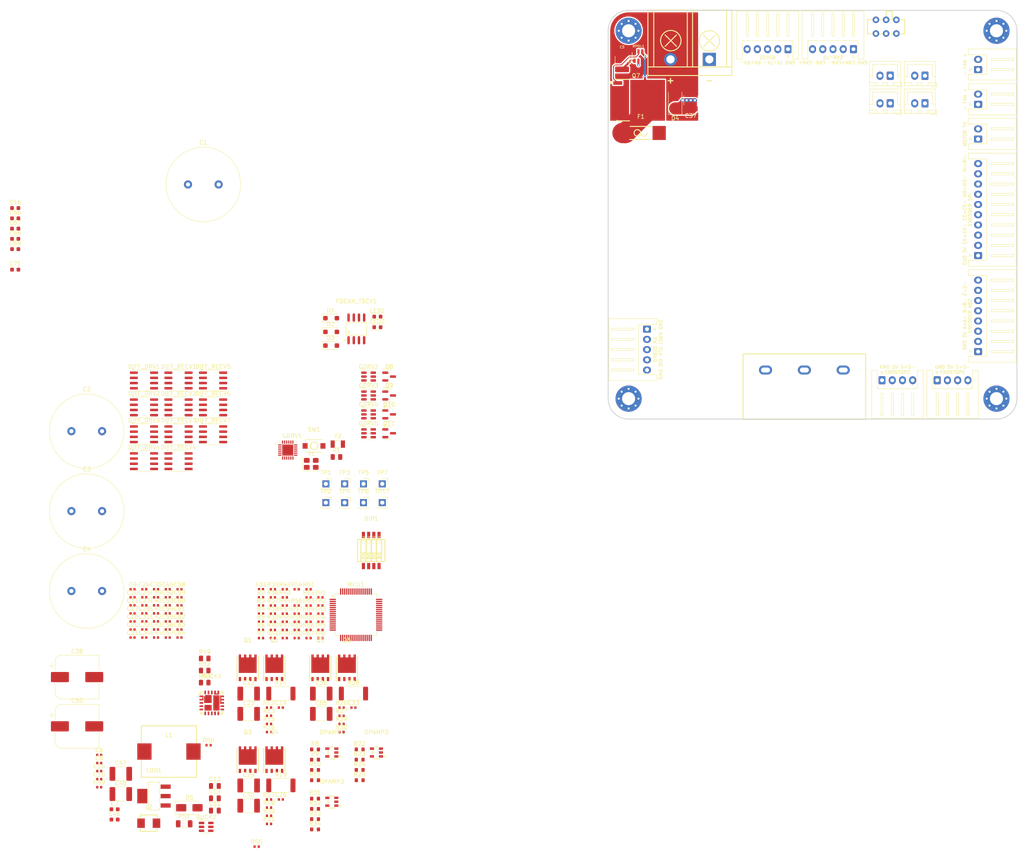
<source format=kicad_pcb>
(kicad_pcb (version 20241229) (generator "pcbnew") (generator_version "9.0")
  (layers (0 "F.Cu" signal) (4 "In1.Cu" signal) (6 "In2.Cu" signal) (2 "B.Cu" signal) (13 "F.Paste" user) (15 "B.Paste" user) (5 "F.SilkS" user "F.Silkscreen") (7 "B.SilkS" user "B.Silkscreen") (1 "F.Mask" user) (3 "B.Mask" user) (25 "Edge.Cuts" user))
  (net 0 "")
  (net 1 "+12V")
  (net 2 "/power/VMOT_UNFILTERED")
  (net 5 "/U_LOW_GATE")
  (net 6 "/V_LOW_GATE")
  (net 7 "VMOT")
  (net 8 "/U_HIGH_GATE")
  (net 9 "/V_HIGH_GATE")
  (net 10 "/W_LOW_GATE")
  (net 11 "/W_HIGH_GATE")
  (net 12 "/VB1")
  (net 13 "/VS3")
  (net 14 "/VS1")
  (net 15 "/VS2")
  (net 16 "/VB2")
  (net 17 "/VB3")
  (net 18 "Net-(Q1-G)")
  (net 19 "Net-(Q2-G)")
  (net 20 "Net-(Q3-G)")
  (net 21 "Net-(Q4-G)")
  (net 22 "Net-(Q5-G)")
  (net 23 "Net-(Q6-G)")
  (net 24 "/W_LOW_PWM")
  (net 25 "/V_LOW_PWM")
  (net 26 "/U_HIGH_PWM")
  (net 27 "/V_HIGH_PWM")
  (net 28 "/U_LOW_PWM")
  (net 29 "/W_HIGH_PWM")
  (net 30 "/U_POWER")
  (net 31 "/V_POWER")
  (net 32 "/W_POWER")
  (net 33 "/U_I_SENSE")
  (net 34 "/V_I_SENSE")
  (net 35 "/W_I_SENSE")
  (net 36 "/VMOT_SENSE")
  (net 37 "/U-power-phase/BRIDGE_GND")
  (net 38 "/V-power-phase/BRIDGE_GND")
  (net 39 "/W-power-phase/BRIDGE_GND")
  (net 40 "Net-(OPAMP1-IN+)")
  (net 41 "Net-(OPAMP1-IN-)")
  (net 42 "Net-(OPAMP2-IN+)")
  (net 43 "Net-(OPAMP2-IN-)")
  (net 44 "Net-(OPAMP3-IN-)")
  (net 45 "Net-(OPAMP3-IN+)")
  (net 46 "+5V")
  (net 47 "/BOOT0")
  (net 48 "/power/BUCK_SW")
  (net 49 "/5V_SENSE")
  (net 50 "/12V_SENSE")
  (net 52 "/power/BUCK_ISEN")
  (net 54 "/power/BUCK_FB")
  (net 56 "/power/BUCK_VDD")
  (net 59 "/power/BUCK_BOOT")
  (net 60 "/power/BUCK_EN")
  (net 61 "/power/VMOT_GATE")
  (net 62 "Net-(BUCK2-SW)")
  (net 63 "Net-(BUCK2-BST)")
  (net 64 "GND")
  (net 65 "/NRST")
  (net 66 "Net-(RPOL1-VCAP)")
  (net 67 "+3.3V")
  (net 68 "VDDA")
  (net 69 "Net-(C41-Pad2)")
  (net 70 "/OSC32_IN")
  (net 71 "/OSC_IN")
  (net 72 "/OSC_OUT")
  (net 73 "/OSC32_OUT")
  (net 74 "/ENC_DIFF.SCLK+")
  (net 75 "/ENC.SCLK")
  (net 77 "/ENC_DIFF.SCLK-")
  (net 79 "/ENC.SCS")
  (net 81 "/ENC_DIFF.SCS-")
  (net 82 "/ENC_DIFF.SCS+")
  (net 84 "/ENC_DIFF.MOSI-")
  (net 87 "/ENC_DIFF.MOSI+")
  (net 88 "/ENC.MOSI")
  (net 89 "/RS422.TX-")
  (net 92 "/RS422.TX+")
  (net 93 "/RS422.TX")
  (net 94 "/ENC.MISO")
  (net 97 "/ENC_DIFF.MISO+")
  (net 98 "/ENC_DIFF.MISO-")
  (net 99 "/ENC.A")
  (net 101 "/ENC_DIFF.A-")
  (net 102 "/ENC_DIFF.A+")
  (net 103 "/power/VMOT_UNFUSED")
  (net 106 "/ENC.B")
  (net 107 "/ENC_DIFF.B-")
  (net 108 "/ENC_DIFF.B+")
  (net 110 "/ENC_DIFF.Z+")
  (net 111 "/ENC_DIFF.Z-")
  (net 112 "/ENC.Z")
  (net 115 "/RS422.RX")
  (net 116 "/RS422.RX-")
  (net 119 "/RS422.RX+")
  (net 120 "/ENDSTOP1")
  (net 121 "/ENDSTOP1+")
  (net 123 "/ENDSTOP1-")
  (net 127 "/ENDSTOP2+")
  (net 128 "/ENDSTOP2")
  (net 129 "/ENDSTOP2-")
  (net 130 "/DIP.CONF1")
  (net 131 "/DIP.CONF2")
  (net 132 "/DIP.CONF0")
  (net 133 "/FDCAN.RX")
  (net 134 "/FDCAN.CAN+")
  (net 135 "/FDCAN.CAN-")
  (net 136 "/FDCAN.TX")
  (net 137 "/FDCAN.SILENT")
  (net 138 "/FAN1.EN")
  (net 139 "Net-(GDRV2-OUT)")
  (net 140 "/FAN1.PWM")
  (net 141 "Net-(GDRV3-OUT)")
  (net 142 "/FAN2.EN")
  (net 143 "/FAN2.PWM")
  (net 144 "/FAN3.EN")
  (net 145 "/FAN3.PWM")
  (net 146 "Net-(GDRV4-OUT)")
  (net 147 "/FAN4.PWM")
  (net 148 "/FAN4.EN")
  (net 149 "Net-(GDRV5-OUT)")
  (net 150 "/FAN1.GND")
  (net 151 "/FAN2.GND")
  (net 152 "/FAN3.GND")
  (net 153 "/FAN4.GND")
  (net 154 "/MOTOR_TEMP")
  (net 155 "Net-(LED1-A)")
  (net 156 "Net-(LED2-A)")
  (net 157 "/DEBUG.SWCLK")
  (net 158 "/DEBUG.SWDIO")
  (net 159 "/W_HIGH_TEMP")
  (net 160 "/V_LOW_TEMP")
  (net 161 "/DEBUG.SWO")
  (net 162 "/LED")
  (net 163 "/U_HIGH_TEMP")
  (net 164 "/U_LOW_TEMP")
  (net 165 "/V_HIGH_TEMP")
  (net 166 "/W_LOW_TEMP")
  (net 167 "/FAN1.GATE")
  (net 168 "/FAN2.GATE")
  (net 169 "/FAN3.GATE")
  (net 170 "/FAN4.GATE")
  (net 171 "Net-(R35-Pad2)")
  (net 172 "Net-(R36-Pad2)")
  (footprint "Capacitor_SMD:C_0402_1005Metric" (layer "F.Cu") (at -166.3575 97.535)
    (property "Reference" "C17")
    (property "Value" "100nF 50V")
  )
  (footprint "Package_SO:SOIC-8_3.9x4.9mm_P1.27mm" (layer "F.Cu") (at -155.1175 60.295)
    (property "Reference" "DIFF_RECV4")
    (property "Value" "BSP48520AS")
  )
  (footprint "Resistor_SMD:R_2512_6332Metric" (layer "F.Cu") (at -112.3175 117.145)
    (property "Reference" "R28")
    (property "Value" "1m 3W")
  )
  (footprint "Package_TO_SOT_SMD:SOT-23-6" (layer "F.Cu") (at -108.6175 53.475)
    (property "Reference" "GDRV5")
    (property "Value" "MX27517")
  )
  (footprint "Capacitor_SMD:C_0402_1005Metric" (layer "F.Cu") (at -160.6175 95.565)
    (property "Reference" "C40")
    (property "Value" "100nF 50V")
  )
  (footprint "Resistor_SMD:R_0402_1005Metric" (layer "F.Cu") (at -123.2975 103.575)
    (property "Reference" "R67")
    (property "Value" "100")
  )
  (footprint "Capacitor_SMD:C_0402_1005Metric" (layer "F.Cu") (at -166.3575 91.625)
    (property "Reference" "C9")
    (property "Value" "100nF 50V")
  )
  (footprint "Connector_JST:JST_XH_S4B-XH-A_1x04_P2.50mm_Horizontal" (layer "F.Cu") (at 17 40.5)
    (property "Reference" "J10" (hide yes))
    (property "Value" "S4B-XH-A")
  )
  (footprint "EasyEDA:FUSE-SMD_L10.3-W3.2" (layer "F.Cu") (at -42 -20)
    (property "Reference" "F1")
    (property "Value" "JFC1032-2600FS")
  )
  (footprint "Capacitor_SMD:C_0402_1005Metric" (layer "F.Cu") (at -174.5175 134.145)
    (property "Reference" "C8")
    (property "Value" "100nF 50V")
  )
  (footprint "Capacitor_SMD:C_0402_1005Metric" (layer "F.Cu") (at -157.7475 91.625)
    (property "Reference" "C45")
    (property "Value" "100nF 50V")
  )
  (footprint "Resistor_SMD:R_0603_1608Metric" (layer "F.Cu") (at -121.7175 133.325)
    (property "Reference" "R9")
    (property "Value" "1K 0.1%")
  )
  (footprint "Resistor_SMD:R_0402_1005Metric" (layer "F.Cu") (at -120.3875 97.605)
    (property "Reference" "TH3")
    (property "Value" "NCP15XH103F03RC")
  )
  (footprint "Resistor_SMD:R_0603_1608Metric" (layer "F.Cu") (at -121.7175 150.385)
    (property "Reference" "R34")
    (property "Value" "60.4K 0.1%")
  )
  (footprint "Resistor_SMD:R_0402_1005Metric" (layer "F.Cu") (at -132.9775 143.065)
    (property "Reference" "R17")
    (property "Value" "10K")
  )
  (footprint "Capacitor_SMD:C_0402_1005Metric" (layer "F.Cu") (at -130.0875 143.055)
    (property "Reference" "C26")
    (property "Value" "100nF 50V")
  )
  (footprint "Resistor_SMD:R_0402_1005Metric" (layer "F.Cu") (at -126.2075 101.585)
    (property "Reference" "R59")
    (property "Value" "10K")
  )
  (footprint "Capacitor_SMD:C_0402_1005Metric" (layer "F.Cu") (at -163.4875 95.565)
    (property "Reference" "C27")
    (property "Value" "1uF 16V")
  )
  (footprint "Resistor_SMD:R_0402_1005Metric" (layer "F.Cu") (at -132.0275 101.585)
    (property "Reference" "R40")
    (property "Value" "10")
  )
  (footprint "Resistor_SMD:R_0402_1005Metric" (layer "F.Cu") (at -132.9775 145.055)
    (property "Reference" "R18")
    (property "Value" "10")
  )
  (footprint "Capacitor_SMD:C_0402_1005Metric" (layer "F.Cu") (at -174.5175 132.175)
    (property "Reference" "C6")
    (property "Value" "100nF 50V")
  )
  (footprint "Connector_PinSocket_2.54mm:PinSocket_1x01_P2.54mm_Vertical" (layer "F.Cu") (at -109.8675 65.845)
    (property "Reference" "TP5")
    (property "Value" "TestPoint")
  )
  (footprint "Crystal:Crystal_SMD_3225-4Pin_3.2x2.5mm" (layer "F.Cu") (at -122.6375 60.955)
    (property "Reference" "Y1")
    (property "Value" "C19674287")
  )
  (footprint "Capacitor_SMD:CP_Elec_10x10.5" (layer "F.Cu") (at -179.9325 125.165)
    (property "Reference" "C50")
    (property "Value" "470uF 35V")
  )
  (footprint "EasyEDA:SOT-23-5_L2.9-W1.6-P0.95-LS2.8-BR" (layer "F.Cu") (at -106.6925 131.575)
    (property "Reference" "OPAMP2")
    (property "Value" "GS8557-TR")
  )
  (footprint "Resistor_SMD:R_0402_1005Metric" (layer "F.Cu") (at -115.2175 120.595)
    (property "Reference" "R26")
    (property "Value" "10K")
  )
  (footprint "Resistor_SMD:R_0402_1005Metric" (layer "F.Cu") (at -129.1175 91.635)
    (property "Reference" "R42")
    (property "Value" "10K 1%")
  )
  (footprint "Resistor_SMD:R_0402_1005Metric" (layer "F.Cu") (at -132.9775 126.565)
    (property "Reference" "R16")
    (property "Value" "10")
  )
  (footprint "Resistor_SMD:R_0402_1005Metric" (layer "F.Cu") (at -132.9775 120.595)
    (property "Reference" "R12")
    (property "Value" "10K")
  )
  (footprint "Resistor_SMD:R_0805_2012Metric" (layer "F.Cu") (at -148.7075 108.565)
    (property "Reference" "R49")
    (property "Value" "43K")
  )
  (footprint "Resistor_SMD:R_0603_1608Metric" (layer "F.Cu") (at -121.7175 147.875)
    (property "Reference" "R33")
    (property "Value" "60.4K 0.1%")
  )
  (footprint "EasyEDA:SW-SMD_L3.9-W3.0-P4.45" (layer "F.Cu") (at -121.9675 56.565)
    (property "Reference" "SW1")
    (property "Value" "TS-1088-AR02016")
  )
  (footprint "Connector_JST:JST_XH_S5B-XH-A_1x05_P2.50mm_Horizontal" (layer "F.Cu") (at -40.5 28 -90)
    (property "Reference" "J15" (hide yes))
    (property "Value" "S5B-XH-A")
  )
  (footprint "Resistor_SMD:R_0402_1005Metric" (layer "F.Cu") (at -129.1175 99.595)
    (property "Reference" "R46")
    (property "Value" "10K 1%")
  )
  (footprint "EasyEDA:CONN-TH_HB9500M-9.5-2P" (layer "F.Cu") (at -30 -38 180)
    (property "Reference" "J1" (hide yes))
    (property "Value" "HB9500M-9.5-2P")
  )
  (footprint "Resistor_SMD:R_0402_1005Metric" (layer "F.Cu") (at -132.0275 91.635)
    (property "Reference" "R35")
    (property "Value" "60.4")
  )
  (footprint "Resistor_SMD:R_2512_6332Metric" (layer "F.Cu") (at -130.0775 139.615)
    (property "Reference" "R19")
    (property "Value" "1m 3W")
  )
  (footprint "Diode_SMD:D_SMA" (layer "F.Cu") (at -33.6 -28 90)
    (property "Reference" "D4")
    (property "Value" "SMAJ85CA")
  )
  (footprint "Resistor_SMD:R_0402_1005Metric" (layer "F.Cu") (at -132.0275 97.605)
    (property "Reference" "R38")
    (property "Value" "10")
  )
  (footprint "Connector_PinSocket_2.54mm:PinSocket_1x01_P2.54mm_Vertical" (layer "F.Cu") (at -109.8675 70.445)
    (property "Reference" "TP6")
    (property "Value" "TestPoint")
  )
  (footprint "LED_SMD:LED_0603_1608Metric" (layer "F.Cu") (at -106.4575 27.525)
    (property "Reference" "LED2")
    (property "Value" "C965799")
  )
  (footprint "Resistor_SMD:R_0402_1005Metric" (layer "F.Cu") (at -134.9375 103.575)
    (property "Reference" "R7")
    (property "Value" "1K")
  )
  (footprint "Capacitor_THT:C_Radial_D18.0mm_H35.5mm_P7.50mm" (layer "F.Cu") (at -181.3175 52.965)
    (property "Reference" "C2")
    (property "Value" "820uF 100V (C443165)")
  )
  (footprint "Resistor_SMD:R_0402_1005Metric" (layer "F.Cu") (at -123.2975 93.625)
    (property "Reference" "R62")
    (property "Value" "100")
  )
  (footprint "EasyEDA:SOT-23-5_L2.9-W1.6-P0.95-LS2.8-BR" (layer "F.Cu") (at -117.6125 131.575)
    (property "Reference" "OPAMP1")
    (property "Value" "GS8557-TR")
  )
  (footprint "Snapeda:FD6288Q_QFN50P400X400X90-25N" (layer "F.Cu") (at -128.3925 57.585)
    (property "Reference" "GDRV1")
    (property "Value" "FD6288Q")
  )
  (footprint "Package_TO_SOT_SMD:SOT-23-6" (layer "F.Cu") (at -108.6175 48.85)
    (property "Reference" "GDRV4")
    (property "Value" "MX27517")
  )
  (footprint "Package_SO:SOIC-8_3.9x4.9mm_P1.27mm" (layer "F.Cu") (at -163.5675 60.295)
    (property "Reference" "DIFF_DRV4")
    (property "Value" "BSP48520AS")
  )
  (footprint "Capacitor_SMD:C_1812_4532Metric" (layer "F.Cu") (at -137.9575 144.585)
    (property "Reference" "C30")
    (property "Value" "1uF 200V")
  )
  (footprint "Connector_JST:JST_XH_S5B-XH-A_1x05_P2.50mm_Horizontal" (layer "F.Cu") (at -6 -40.5 180)
    (property "Reference" "J13" (hide yes))
    (property "Value" "S5B-XH-A")
  )
  (footprint "Connector_PinSocket_2.54mm:PinSocket_1x01_P2.54mm_Vertical" (layer "F.Cu") (at -105.2675 65.845)
    (property "Reference" "TP7")
    (property "Value" "TestPoint")
  )
  (footprint "Capacitor_SMD:C_0402_1005Metric" (layer "F.Cu") (at -163.4875 91.625)
    (property "Reference" "C24")
    (property "Value" "100nF 50V")
  )
  (footprint "Connector_JST:JST_XH_S5B-XH-A_1x05_P2.50mm_Horizontal" (layer "F.Cu") (at 10 -40.5 180)
    (property "Reference" "J8" (hide yes))
    (property "Value" "S5B-XH-A")
  )
  (footprint "Connector_PinSocket_2.54mm:PinSocket_1x01_P2.54mm_Vertical" (layer "F.Cu") (at -119.0675 70.445)
    (property "Reference" "TP2")
    (property "Value" "TestPoint")
  )
  (footprint "Resistor_SMD:R_0402_1005Metric" (layer "F.Cu") (at -129.1175 95.615)
    (property "Reference" "R44")
    (property "Value" "10K 1%")
  )
  (footprint "Resistor_SMD:R_0402_1005Metric" (layer "F.Cu") (at -120.3875 103.575)
    (property "Reference" "TH6")
    (property "Value" "NCP15XH103F03RC")
  )
  (footprint "Diode_SMD:D_SOD-123F" (layer "F.Cu") (at -117.7725 28.665)
    (property "Reference" "D2")
    (property "Value" "C7420332")
  )
  (footprint "Resistor_SMD:R_0402_1005Metric" (layer "F.Cu") (at -134.9375 101.585)
    (property "Reference" "R6")
    (property "Value" "4.7K")
  )
  (footprint "Resistor_SMD:R_0402_1005Metric" (layer "F.Cu") (at -129.1175 101.585)
    (property "Reference" "R47")
    (property "Value" "10K 1%")
  )
  (footprint "Capacitor_SMD:C_1812_4532Metric" (layer "F.Cu") (at -169.2375 136.785)
    (property "Reference" "C47")
    (property "Value" "1uF 200V")
  )
  (footprint "Capacitor_SMD:C_0402_1005Metric" (layer "F.Cu") (at -160.6175 93.595)
    (property "Reference" "C39")
    (property "Value" "100nF 50V")
  )
  (footprint "Resistor_SMD:R_0603_1608Metric" (layer "F.Cu") (at -110.7975 130.815)
    (property "Reference" "R22")
    (property "Value" "1K 0.1%")
  )
  (footprint "Package_TO_SOT_SMD:SOT-23" (layer "F.Cu") (at -103.5875 44.225)
    (property "Reference" "Q9")
    (property "Value" "40N05")
  )
  (footprint "Capacitor_SMD:C_0402_1005Metric" (layer "F.Cu") (at -163.4875 101.475)
    (property "Reference" "C32")
    (property "Value" "1uF 16V")
  )
  (footprint "MountingHole:MountingHole_3.2mm_M3_Pad_Via" (layer "F.Cu") (at -45 -45)
    (property "Reference" "H4" (hide yes))
    (property "Value" "M3" (hide yes))
  )
  (footprint "Capacitor_THT:C_Radial_D18.0mm_H35.5mm_P7.50mm" (layer "F.Cu") (at -181.3175 92.065)
    (property "Reference" "C4")
    (property "Value" "820uF 100V (C443165)")
  )
  (footprint "Connector_JST:JST_XH_B2B-XH-A_1x02_P2.50mm_Vertical" (layer "F.Cu") (at 19 -34 180)
    (property "Reference" "J3" (hide yes))
    (property "Value" "B2B-XH-A")
  )
  (footprint "Resistor_SMD:R_0402_1005Metric" (layer "F.Cu") (at -115.2175 124.575)
    (property "Reference" "R29")
    (property "Value" "10K")
  )
  (footprint "Capacitor_SMD:C_0402_1005Metric" (layer "F.Cu") (at -163.4875 97.535)
    (property "Reference" "C28")
    (property "Value" "100nF 50V")
  )
  (footprint "Capacitor_SMD:C_0402_1005Metric" (layer "F.Cu") (at -154.8775 97.535)
    (property "Reference" "C61")
    (property "Value" "100nF 50V")
  )
  (footprint "Package_TO_SOT_SMD:SOT-23" (layer "F.Cu") (at -103.5875 53.475)
    (property "Reference" "Q11")
    (property "Value" "40N05")
  )
  (footprint "EasyEDA:QFN-20_L5.0-W5.0-P0.80-TL_HP8105QA" (layer "F.Cu") (at -146.9775 119.44)
    (property "Reference" "BUCK1")
    (property "Value" "MST8A50QA-15A1Y")
  )
  (footprint "Capacitor_THT:C_Radial_D18.0mm_H35.5mm_P7.50mm" (layer "F.Cu") (at -181.3175 72.515)
    (property "Reference" "C3")
    (property "Value" "820uF 100V (C443165)")
  )
  (footprint "Capacitor_SMD:C_0603_1608Metric" (layer "F.Cu") (at -195.07 13.44)
    (property "Reference" "C71")
    (property "Value" "10uF 25V")
  )
  (footprint "Resistor_SMD:R_0402_1005Metric" (layer "F.Cu") (at -132.0275 95.615)
    (property "Reference" "R37")
    (property "Value" "100")
  )
  (footprint "Resistor_SMD:R_0603_1608Metric" (layer "F.Cu") (at -121.7175 138.345)
    (property "Reference" "R11")
    (property "Value" "60.4K 0.1%")
  )
  (footprint "Resistor_SMD:R_0402_1005Metric" (layer "F.Cu") (at -147.7575 129.775)
    (property "Reference" "R50")
    (property "Value" "10K")
  )
  (footprint "Capacitor_SMD:C_0805_2012Metric" (layer "F.Cu") (at -146.2175 142.775)
    (property "Reference" "C13")
    (property "Value" "22uF 25V")
  )
  (footprint "Resistor_SMD:R_0402_1005Metric" (layer "F.Cu") (at -129.1175 93.625)
    (property "Reference" "R43")
    (property "Value" "10K 1%")
  )
  (footprint "Resistor_SMD:R_0402_1005Metric" (layer "F.Cu") (at -120.3875 95.615)
    (property "Reference" "TH2")
    (property "Value" "NCP15XH103F03RC")
  )
  (footprint "Connector_JST:JST_XH_S2B-XH-A_1x02_P2.50mm_Horizontal" (layer "F.Cu") (at 40.5 -35.5 90)
    (property "Reference" "J14" (hide yes))
    (property "Value" "S2B-XH-A")
  )
  (footprint "Capacitor_SMD:C_0402_1005Metric" (layer "F.Cu") (at -160.6175 99.505)
    (property "Reference" "C42")
    (property "Value" "100nF 50V")
  )
  (footprint "EasyEDA:SOIC-8_L4.9-W3.9-P1.27-LS6.0-BL" (layer "F.Cu") (at -111.6025 27.935)
    (property "Reference" "FDCAN_TSCV1")
    (property "Value" "TCAN1057AVDRQ1")
  )
  (footprint "Capacitor_SMD:C_0402_1005Metric" (layer "F.Cu") (at -160.6175 91.625)
    (property "Reference" "C35")
    (property "Value" "100nF 50V")
  )
  (footprint "Resistor_SMD:R_0402_1005Metric" (layer "F.Cu") (at -123.2975 101.585)
    (property "Reference" "R66")
    (property "Value" "100")
  )
  (footprint "Resistor_SMD:R_0402_1005Metric" (layer "F.Cu") (at -120.3875 93.625)
    (property "Reference" "TH1")
    (property "Value" "NCP15XH103F03RC")
  )
  (footprint "Package_SO:SOIC-8_3.9x4.9mm_P1.27mm" (layer "F.Cu") (at -146.6675 53.715)
    (property "Reference" "DIFF_RECV7")
    (property "Value" "BSP48520AS")
  )
  (footprint "Capacitor_SMD:C_0402_1005Metric" (layer "F.Cu") (at -174.5175 136.115)
    (property "Reference" "C14")
    (property "Value" "1uF 16V")
  )
  (footprint "MountingHole:MountingHole_3.2mm_M3_Pad_Via" (layer "F.Cu") (at -45 45)
    (property "Reference" "H3" (hide yes))
    (property "Value" "M3" (hide yes))
  )
  (footprint "Resistor_SMD:R_0603_1608Metric" (layer "F.Cu") (at -121.7175 135.835)
    (property "Reference" "R10")
    (property "Value" "60.4K 0.1%")
  )
  (footprint "Capacitor_SMD:C_1812_4532Metric" (layer "F.Cu") (at -137.9575 139.635)
    (property "Reference" "C29")
    (property "Value" "1uF 200V")
  )
  (footprint "Connector_JST:JST_XH_S10B-XH-A_1x10_P2.50mm_Horizontal" (layer "F.Cu") (at 40.5 10 90)
    (property "Reference" "J11" (hide yes))
    (property "Value" "S10B-XH-A")
  )
  (footprint "MountingHole:MountingHole_3.2mm_M3_Pad_Via" (layer "F.Cu") (at 45 45)
    (property "Reference" "H2" (hide yes))
    (property "Value" "M3" (hide yes))
  )
  (footprint "Resistor_SMD:R_0603_1608Metric" (layer "F.Cu") (at -121.7175 145.365)
    (property "Reference" "R32")
    (property "Value" "1K 0.1%")
  )
  (footprint "Package_TO_SOT_SMD:SOT-23" (layer "F.Cu") (at -103.5875 39.6)
    (property "Reference" "Q8")
    (property "Value" "40N05")
  )
  (footprint "Package_QFP:LQFP-64_10x10mm_P0.5mm" (layer "F.Cu") (at -111.7075 97.865)
    (property "Reference" "MCU1")
    (property "Value" "STM32G431RBT6")
  )
  (footprint "Resistor_SMD:R_0603_1608Metric" (layer "F.Cu") (at -121.7175 142.855)
    (property "Reference" "R31")
    (property "Value" "1K 0.1%")
  )
  (footprint "Capacitor_SMD:C_0402_1005Metric" (layer "F.Cu") (at -154.8775 93.595)
    (property "Reference" "C59")
    (property "Value" "100nF 50V")
  )
  (footprint "Capacitor_SMD:C_1812_4532Metric" (layer "F.Cu") (at -29.8 -28 -90)
    (property "Reference" "C37")
    (property "Value" "1uF 200V")
  )
  (footprint "Resistor_SMD:R_2512_6332Metric" (layer "F.Cu") (at -130.0775 117.145)
    (property "Reference" "R14")
    (property "Value" "1m 3W")
  )
  (footprint "EasyEDA:DFN-8_L5.5-W5.2-P1.27-LS6.1-BL" (layer "F.Cu") (at -120.4325 110.85)
    (property "Reference" "Q5")
    (property "Value" "BSC093N15NS5")
  )
  (footprint "Capacitor_SMD:C_0402_1005Metric" (layer "F.Cu") (at -166.3575 101.475)
    (property "Reference" "C20")
    (property "Value" "100nF 50V")
  )
  (footprint "Capacitor_SMD:C_1812_4532Metric" (layer "F.Cu") (at -137.9575 122.115)
    (property "Reference" "C23")
    (property "Value" "1uF 200V")
  )
  (footprint "EasyEDA:IND-SMD_L4.5-W4.1_IHLP" (layer "F.Cu") (at -162.3975 148.865)
    (property "Reference" "L2")
    (property "Value" "SL0420-4R7M")
  )
  (footprint "Resistor_SMD:R_0603_1608Metric" (layer "F.Cu") (at -121.7175 130.815)
    (property "Reference" "R8")
    (property "Value" "1K 0.1%")
  )
  (footprint "Resistor_SMD:R_1206_3216Metric" (layer "F.Cu") (at -153.7275 149.015)
    (property "Reference" "R51")
    (property "Value" "25m 1W")
  )
  (footprint "Capacitor_SMD:C_0805_2012Metric" (layer "F.Cu") (at -146.2175 139.765)
    (property "Reference" "C12")
    (property "Value" "22uF 25V")
  )
  (footprint "Capacitor_SMD:C_0402_1005Metric" (layer "F.Cu") (at -154.8775 95.565)
    (property "Reference" "C60")
    (property "Value" "100nF 50V")
  )
  (footprint "Resistor_SMD:R_0402_1005Metric" (layer "F.Cu") (at -126.2075 99.595)
    (property "Reference" "R58")
    (property "Value" "10K")
  )
  (footprint "Package_TO_SOT_SMD:SOT-23-6" (layer "F.Cu") (at -108.6175 44.225)
    (property "Reference" "GDRV3")
    (property "Value" "MX27517")
  )
  (footprint "Resistor_SMD:R_0402_1005Metric" (layer "F.Cu") (at -132.0275 93.625)
    (property "Reference" "R36")
    (property "Value" "60.4")
  )
  (footprint "Connector_PinSocket_2.54mm:PinSocket_1x01_P2.54mm_Vertical" (layer "F.Cu") (at -119.0675 65.845)
    (property "Reference" "TP1")
    (property "Value" "TestPoint")
  )
  (footprint "Resistor_SMD:R_0402_1005Metric" (layer "F.Cu") (at -115.2175 122.585)
    (property "Reference" "R27")
    (property "Value" "10")
  )
  (footprint "Resistor_SMD:R_0402_1005Metric" (layer "F.Cu") (at -132.9775 124.575)
    (property "Reference" "R15")
    (property "Value" "10K")
  )
  (footprint "Capacitor_SMD:C_0402_1005Metric" (layer "F.Cu") (at -166.3575 99.505)
    (property "Reference" "C18")
    (property "Value" "100nF 50V")
  )
  (footprint "Capacitor_SMD:C_0402_1005Metric" (layer "F.Cu") (at -157.7475 101.475)
    (property "Reference" "C56")
    (property "Value" "10pF")
  )
  (footprint "Connector_PinSocket_2.54mm:PinSocket_1x01_P2.54mm_Vertical" (layer "F.Cu") (at -105.2675 70.445)
    (property "Reference" "TP17")
    (property "Value" "TestPoint")
  )
  (footprint "Capacitor_SMD:C_0402_1005Metric" (layer "F.Cu") (at -160.6175 101.475)
    (property "Reference" "C43")
    (property "Value" "100nF 50V")
  )
  (footprint "Resistor_SMD:R_0402_1005Metric" (layer "F.Cu") (at -132.9775 149.035)
    (property "Reference" "R21")
    (property "Value" "10")
  )
  (footprint "Capacitor_SMD:C_0402_1005Metric" (layer "F.Cu") (at -112.3275 120.585)
    (property "Reference" "C33")
    (property "Value" "100nF 50V")
  )
  (footprint "Resistor_SMD:R_0603_1608Metric" (layer "F.Cu") (at -110.7975 135.835)
    (property "Reference" "R24")
    (property "Value" "60.4K 0.1%")
  )
  (footprint "Capacitor_SMD:C_0402_1005Metric" (layer "F.Cu") (at -157.7475 93.595)
    (property "Reference" "C52")
    (property "Value" "100nF 50V")
  )
  (footprint "Package_SO:SOIC-8_3.9x4.9mm_P1.27mm" (layer "F.Cu") (at -146.6675 40.555)
    (property "Reference" "DIFF_RECV5")
    (property "Value" "BSP48520AS")
  )
  (footprint "Resistor_SMD:R_0402_1005Metric" (layer "F.Cu") (at -132.0275 99.595)
    (property "Reference" "R39")
    (property "Value" "10")
  )
  (footprint "Resistor_SMD:R_0402_1005Metric" (layer "F.Cu") (at -123.2975 91.635)
    (property "Reference" "R61")
    (property "Value" "100")
  )
  (footprint "Capacitor_SMD:C_0402_1005Metric" (layer "F.Cu") (at -166.3575 95.565)
    (property "Reference" "C11")
    (property "Value" "100nF 50V")
  )
  (footprint "Capacitor_SMD:C_1812_4532Metric" (layer "F.Cu") (at -120.1975 117.165)
    (property "Reference" "C36")
    (property "Value" "1uF 200V")
  )
  (footprint "Capacitor_SMD:C_0603_1608Metric" (layer "F.Cu") (at -195.07 0.89)
    (property "Reference" "C66")
    (property "Value" "10uF 25V")
  )
  (footprint "Resistor_SMD:R_0402_1005Metric" (layer "F.Cu") (at -129.1175 97.605)
    (property "Reference" "R45")
    (property "Value" "10K 1%")
  )
  (footprint "Capacitor_SMD:C_1812_4532Metric" (layer "F.Cu") (at -137.9575 117.165)
    (property "Reference" "C22")
    (property "Value" "1uF 200V")
  )
  (footprint "Resistor_SMD:R_0603_1608Metric" (layer "F.Cu") (at -110.7975 133.325)
    (property "Reference" "R23")
    (property "Value" "1K 0.1%")
  )
  (footprint "Capacitor_SMD:C_0402_1005Metric" (layer "F.Cu") (at -163.4875 103.445)
    (property "Reference" "C34")
    (property "Value" "100nF 50V")
  )
  (footprint "Resistor_SMD:R_0402_1005Metric" (layer "F.Cu") (at -120.3875 101.585)
    (property "Reference" "TH5")
    (property "Value" "NCP15XH103F03RC")
  )
  (footprint "Package_SO:SOIC-8_3.9x4.9mm_P1.27mm" (layer "F.Cu") (at -163.5675 47.135)
    (property "Reference" "DIFF_DRV2")
    (property "Value" "BSP48520AS")
  )
  (footprint "Capacitor_SMD:C_0402_1005Metric" (layer "F.Cu") (at -163.4875 99.505)
    (property "Reference" "C31")
    (property "Value" "100nF 50V")
  )
  (footprint "Capacitor_SMD:C_0603_1608Metric" (layer "F.Cu") (at -170.7575 147.975)
    (property "Reference" "C46")
    (property "Value" "10uF 35V")
  )
  (footprint "Capacitor_SMD:C_0402_1005Metric" (layer "F.Cu") (at -157.7475 99.505)
    (property "Reference" "C55")
    (property "Value" "10pF")
  )
  (footprint "Capacitor_SMD:C_1812_4532Metric" (layer "F.Cu") (at -46.6 -37.6 -90)
    (property "Reference" "C5")
    (property "Value" "1uF 200V")
  )
  (footprint "EasyEDA:IND-SMD_L13.5-W12.6" (layer "F.Cu") (at -157.4625 131.335)
    (property "Reference" "L1")
    (property "Value" "C41384052")
  )
  (footprint "Capacitor_SMD:C_0603_1608Metric" (layer "F.Cu") (at -170.7575 145.465)
    (property "Reference" "C7")
    (property "Value" "10uF 25V")
  )
  (footprint "Capacitor_SMD:C_0603_1608Metric" (layer "F.Cu") (at -195.07 8.42)
    (property "Reference" "C69")
    (property "Value" "10uF 25V")
  )
  (footprint "Connector_JST:JST_XH_S2B-XH-A_1x02_P2.50mm_Horizontal" (layer "F.Cu") (at 40.5 -18.5 90)
    (property "Reference" "J7" (hide yes))
    (property "Value" "S2B-XH-A")
  )
  (footprint "Capacitor_SMD:C_0402_1005Metric" (layer "F.Cu") (at -163.4875 93.595)
    (property "Reference" "C25")
    (property "Value" "100nF 50V")
  )
  (footprint "Crystal:Crystal_SMD_3215-2Pin_3.2x1.5mm" (layer "F.Cu") (at -116.1475 56.125)
    (property "Reference" "Y2")
    (property "Value" "C48615")
  )
  (footprint "Resistor_SMD:R_0402_1005Metric" (layer "F.Cu") (at -126.2075 91.635)
    (property "Reference" "R54")
    (property "Value" "300")
  )
  (footprint "Resistor_SMD:R_0402_1005Metric" (layer "F.Cu") (at -134.9375 99.595)
    (property "Reference" "R5")
    (property "Value" "1K")
  )
  (footprint "EasyEDA:SW-SMD_8P-L6.7-W5.4-P1.27-LS8.4" (layer "F.Cu") (at -107.9675 82.15)
    (property "Reference" "DIP1")
    (property "Value" "DSHP04TSGER_C3293144")
  )
  (footprint "EasyEDA:SOT-23-6_L2.9-W1.6-P0.95-LS2.9-BL" (layer "F.Cu") (at -42.6 -38.8)
    (property "Reference" "RPOL1")
    (property "Value" "MX74700T_C22468156")
  )
  (footprint "Resistor_SMD:R_0805_2012Metric" (layer "F.Cu") (at -148.7075 114.465)
    (property "Reference" "R53")
    (property "Value" "3K")
  )
  (footprint "Inductor_SMD:L_0402_1005Metric" (layer "F.Cu") (at -134.9375 91.635)
    (property "Reference" "FB1")
    (property "Value" "C76884")
  )
  (footprint "Capacitor_SMD:C_0402_1005Metric" (layer "F.Cu") (at -154.8775 99.505)
    (property "Reference" "C62")
    (property "Value" "100nF 50V")
  )
  (footprint "EasyEDA:SW-TH_SHOU_MSK22D18G2" (layer "F.Cu") (at 18 -46 180)
    (property "Reference" "SW2" (hide yes))
    (property "Value" "MSK22D18G2 125")
  )
  (footprint "Package_SO:SOIC-8_3.9x4.9mm_P1.27mm" (layer "F.Cu") (at -163.5675 40.555)
    (property "Reference" "DIFF_DRV1")
    (property "Value" "BSP48520AS")
  )
  (footprint "Diode_SMD:D_SOD-123F" (layer "F.Cu") (at -117.7725 32.015)
    (property "Reference" "D3")
    (property "Value" "C7420332")
  )
  (footprint "Capacitor_SMD:C_0402_1005Metric" (layer "F.Cu") (at -157.7475 95.565)
    (property "Reference" "C53")
    (property "Value" "10pF")
  )
  (footprint "Capacitor_SMD:C_0805_2012Metric" (layer "F.Cu") (at -146.2175 145.785)
    (property "Reference" "C51")
    (property "Value" "22uF 25V")
  )
  (footprint "Connector_PinSocket_2.54mm:PinSocket_1x01_P2.54mm_Vertical" (layer "F.Cu") (at -114.4675 65.845)
    (property "Reference" "TP3")
    (property "Value" "TestPoint")
  )
  (footprint "EasyEDA:DFN-8_L5.5-W5.2-P1.27-LS6.1-BL" (layer "F.Cu") (at -131.6775 110.85)
    (property "Reference" "Q2")
    (property "Value" "BSC093N15NS5")
  )
  (footprint "Package_TO_SOT_SMD:SOT-23" (layer "F.Cu") (at -103.5875 48.85)
    (property "Reference" "Q10")
    (property "Value" "40N05")
  )
  (footprint "Resistor_SMD:R_0402_1005Metric" (layer "F.Cu") (at -126.2075 95.615)
    (property "Reference" "R56")
    (property "Value" "10K")
  )
  (footprint "Package_SO:SOIC-8_3.9x4.9mm_P1.27mm" (layer "F.Cu") (at -155.1175 40.555)
    (property "Reference" "DIFF_RECV1")
    (property "Value" "BSP48520AS")
  )
  (footprint "Capacitor_SMD:C_0402_1005Metric" (layer "F.Cu") (at -160.6175 103.445)
    (property "Reference" "C44")
    (property "Value" "100nF 50V")
  )
  (footprint "Capacitor_SMD:C_0402_1005Metric" (layer "F.Cu") (at -166.3575 93.595)
    (property "Reference" "C10")
    (property "Value" "100nF 50V")
  )
  (footprint "Connector_JST:JST_XH_B2B-XH-A_1x02_P2.50mm_Vertical" (layer "F.Cu") (at 19 -27.25 180)
    (property "Reference" "J4" (hide yes))
    (property "Value" "B2B-XH-A")
  )
  (footprint "Capacitor_SMD:C_0402_1005Metric" (layer "F.Cu") (at -174.5175 138.085)
    (property "Reference" "C15")
    (property "Value" "1uF 16V")
  )
  (footprint "EasyEDA:TOLL-8_L10.4-W9.9-P1.20-LS11.7-BL" (layer "F.Cu") (at -44 -28 -90)
    (property "Reference" "Q7")
    (property "Value" "SP015N03BGHTO")
  )
  (footprint "Capacitor_SMD:C_0603_1608Metric" (layer "F.Cu") (at -195.07 -1.62)
    (property "Reference" "C16")
    (property "Value" "10uF 25V")
  )
  (footprint "Package_SO:SOIC-8_3.9x4.9mm_P1.27mm" (layer "F.Cu") (at -155.1175 53.715)
    (property "Reference" "DIFF_RECV3")
    (property "Value" "BSP48520AS")
  )
  (footprint "Capacitor_SMD:C_0402_1005Metric" (layer "F.Cu") (at -166.3575 103.445)
    (property "Reference" "C21")
    (property "Value" "100nF 50V")
  )
  (footprint "Resistor_SMD:R_0402_1005Metric" (layer "F.Cu") (at -136 154.6)
    (property "Reference" "R55")
    (property "Value" "10K")
  )
  (footprint "Resistor_SMD:R_0402_1005Metric" (layer "F.Cu") (at -132.9775 122.585)
    (property "Reference" "R13")
    (property "Value" "10")
  )
  (footprint "Resistor_SMD:R_0402_1005Metric" (layer "F.Cu") (at -115.2175 126.565)
    (property "Reference" "R30")
    (property "Value" "10")
  )
  (footprint "Resistor_SMD:R_0805_2012Metric" (layer "F.Cu") (at -148.7075 111.515)
    (property "Reference" "R52")
    (property "Value" "43K")
  )
  (footprint "Package_SO:SOIC-8_3.9x4.9mm_P1.27mm" (layer "F.Cu") (at -163.5675 53.715)
    (property "Reference" "DIFF_DRV3")
    (property "Value" "BSP48520AS")
  )
  (footprint "EasyEDA:SOT-23-5_L2.9-W1.6-P0.95-LS2.8-BR" (layer "F.Cu") (at -117.6125 143.615)
    (property "Reference" "OPAMP3")
    (property "Value" "GS8557-TR")
  )
  (footprint "Resistor_SMD:R_0402_1005Metric" (layer "F.Cu") (at -134.9375 95.615)
    (property "Reference" "R3")
    (property "Value" "1K")
  )
  (footprint "Resistor_SMD:R_0402_1005Metric" (layer "F.Cu") (at -123.2975 95.615)
    (property "Reference" "R63")
    (property "Value" "100")
  )
  (footprint "Capacitor_SMD:C_0402_1005Metric" (layer "F.Cu") (at -130.0875 120.585)
    (property "Reference" "C19")
    (property "Value" "100nF 50V")
  )
  (footprint "Resistor_SMD:R_0402_1005Metric" (layer "F.Cu") (at -120.3875 99.595)
    (property "Reference" "TH4")
    (property "Value" "NCP15XH103F03RC")
  )
  (footprint "Package_SO:SOIC-8_3.9x4.9mm_P1.27mm" (layer "F.Cu") (at -155.1175 47.135)
    (property "Reference" "DIFF_RECV2")
    (property "Value" "BSP48520AS")
  )
  (footprint "EasyEDA:SOT-223_L6.5-W3.5-P2.30-LS7.0-BR" (layer "F.Cu") (at -161.1225 142.235)
    (property "Reference" "LDO1")
    (property "Value" "AZ1117EH-3.3TRG1")
  )
  (footprint "Connector_JST:JST_XH_B2B-XH-A_1x02_P2.50mm_Vertical" (layer "F.Cu") (at 27.5 -34 180)
    (property "Reference" "J5" (hide yes))
    (property "Value" "B2B-XH-A")
  )
  (footprint "EasyEDA:CONN-TH_3P-P9.50_HB9500-9.5-3P" (layer "F.Cu") (at -2 38)
    (property "Reference" "J2" (hide yes))
    (property "Value" "HB9500-3")
  )
  (footprint "Package_TO_SOT_SMD:TSOT-23-6" (layer "F.Cu") (at -148.3475 149.76)
    (property "Reference" "BUCK2")
    (property "Value" "AP63205WU")
  )
  (footprint "Resistor_SMD:R_0402_1005Metric" (layer "F.Cu") (at -134.9375 93.625)
    (property "Reference" "R2")
    (property "Value" "100")
  )
  (footprint "LED_SMD:LED_0603_1608Metric" (layer "F.Cu") (at -106.4575 24.935)
    (property "Reference" "LED1")
    (property "Value" "C965799")
  )
  (footprint "Resistor_SMD:R_0402_1005Metric" (layer "F.Cu") (at -123.2975 99.595)
    (property "Reference" "R65")
    (property "Value" "100")
  )
  (footprint "Capacitor_SMD:C_0402_1005Metric" (layer "F.Cu") (at -154.8775 91.625)
    (property "Reference" "C58")
    (property "Value" "100nF 50V")
  )
  (footprint "Connector_JST:JST_XH_S8B-XH-A_1x08_P2.50mm_Horizontal" (layer "F.Cu") (at 40.5 33.5 90)
    (property "Reference" "J12" (hide yes))
    (property "Value" "S8B-XH-A")
  )
  (footprint "Resistor_SMD:R_0402_1005Metric" (layer "F.Cu") (at -129.1175 103.575)
    (property "Reference" "R48")
    (property "Value" "10K 1%")
  )
  (footprint "EasyEDA:DFN-8_L5.5-W5.2-P1.27-LS6.1-BL" (layer "F.Cu") (at -138.1925 110.85)
    (property "Reference" "Q1")
    (property "Value" "BSC093N15NS5")
  )
  (footprint "Resistor_SMD:R_0402_1005Metric" (layer "F.Cu") (at -123.2975 97.605)
    (property "Reference" "R64")
    (property "Value" "100")
  )
  (footprint "Resistor_SMD:R_0402_1005Metric" (layer "F.Cu") (at -132.9775 147.045)
    (property "Reference" "R20")
    (property "Value" "10K")
  )
  (footprint "Capacitor_SMD:C_0402_1005Metric" (layer "F.Cu") (at -154.8775 103.445)
    (property "Reference" "C64")
    (property "Value" "100nF 50V")
  )
  (footprint "Connector_PinSocket_2.54mm:PinSocket_1x01_P2.54mm_Vertical" (layer "F.Cu") (at -114.4675 70.445)
    (property "Reference" "TP4")
    (property "Value" "TestPoint")
  )
  (footprint "Capacitor_SMD:C_0402_1005Metric" (layer "F.Cu") (at -157.7475 97.535)
    (property "Reference" "C54")
    (property "Value" "10pF")
  )
  (footprint "Capacitor_SMD:C_0402_1005Metric" (layer "F.Cu") (at -160.6175 97.535)
    (property "Reference" "C41")
    (property "Value" "4.7nF 50V")
  )
  (footprint "Package_SO:SOIC-8_3.9x4.9mm_P1.27mm" (layer "F.Cu") (at -146.6675 47.135)
    (property "Reference" "DIFF_RECV6")
    (property "Value" "BSP48520AS")
  )
  (footprint "Resistor_SMD:R_0402_1005Metric" (layer "F.Cu") (at -126.2075 103.575)
    (property "Reference" "R60")
    (property "Value" "300")
  )
  (footprint "Capacitor_SMD:C_0603_1608Metric" (layer "F.Cu") (at -195.07 3.4)
    (property "Reference" "C67")
    (property "Value" "10uF 25V")
  )
  (footprint "Resistor_SMD:R_0402_1005Metric" (layer "F.Cu") (at -126.2075 97.605)
    (property "Reference" "R57")
    (property "Value" "10K")
  )
  (footprint "Diode_SMD:D_SOD-123F" (layer "F.Cu") (at -117.7725 25.315)
    (property "Reference" "D1")
    (property "Value" "C7420332")
  )
  (footprint "Package_TO_SOT_SMD:SOT-23-6" (layer "F.Cu") (at -108.6175 39.6)
    (property "Reference" "GDRV2")
    (property "Value" "MX27517")
  )
  (footprint "Connector_JST:JST_XH_B2B-XH-A_1x02_P2.50mm_Vertical" (layer "F.Cu") (at 27.5 -27.25 180)
    (property "Reference" "J6" (hide yes))
    (property "Value" "B2B-XH-A")
  )
  (footprint "EasyEDA:DFN-8_L5.5-W5.2-P1.27-LS6.1-BL" (layer "F.Cu") (at -138.1925 133.32)
    (property "Reference" "Q3")
    (property "Value" "BSC093N15NS5")
  )
  (footprint "Resistor_SMD:R_0805_2012Metric" (layer "F.Cu") (at -116.4675 59.275)
    (property "Reference" "R1")
    (property "Value" "43K")
  )
  (footprint "Resistor_SMD:R_0603_1608Metric" (layer "F.Cu") (at -110.7975 138.345)
    (property "Reference" "R25")
    (property "Value" "60.4K 0.1%")
  )
  (footprint "Resistor_SMD:R_0402_1005Metric" (layer "F.Cu") (at -132.0275 103.575)
    (property "Reference" "R41")
    (property "Value" "10")
  )
  (footprint "Capacitor_SMD:CP_Elec_10x10.5" (layer "F.Cu") (at -179.9325 113.115)
    (property "Reference" "C38")
    (property "Value" "47uF 100V")
  )
  (footprint "EasyEDA:DFN-8_L5.5-W5.2-P1.27-LS6.1-BL" (layer "F.Cu") (at -131.6775 133.32)
    (property "Reference" "Q4")
    (property "Value" "BSC093N15NS5")
  )
  (footprint "Capacitor_THT:C_Radial_D18.0mm_H35.5mm_P7.50mm" (layer "F.Cu") (at -152.8 -7.4)
    (property "Reference" "C1")
    (property "Value" "820uF 100V (C443165)")
  )
  (footprint "EasyEDA:DFN-8_L5.5-W5.2-P1.27-LS6.1-BL" (layer "F.Cu") (at -113.9175 110.85)
    (property "Reference" "Q6")
    (property "Value" "BSC093N15NS5")
  )
  (footprint "Diode_SMD:D_SMA" (layer "F.Cu") (at -152.4625 145.085)
    (property "Reference" "D5")
    (property "Value" "SS310FL")
  )
  (footprint "Connector_JST:JST_XH_S4B-XH-A_1x04_P2.50mm_Horizontal" (layer "F.Cu") (at 30.5 40.5)
    (property "Reference" "J9" (hide yes))
    (property "Value" "S4B-XH-A")
  )
  (footprint "Capacitor_SMD:C_0402_1005Metric" (layer "F.Cu") (at -154.8775 101.475)
    (property "Reference" "C63")
    (property "Value" "100nF 50V")
  )
  (footprint "Capacitor_SMD:C_1812_4532Metric" (layer "F.Cu") (at -120.1975 122.115)
    (property "Reference" "C65")
    (property "Value" "1uF 200V")
  )
  (footprint "Capacitor_SMD:C_0402_1005Metric" (layer "F.Cu") (at -157.7475 103.445)
    (property "Reference" "C57")
    (property "Value" "100nF 50V")
  )
  (footprint "MountingHole:MountingHole_3.2mm_M3_Pad_Via" (layer "F.Cu") (at 45 -45)
    (property "Reference" "H1" (hide yes))
    (property "Value" "M3" (hide yes))
  )
  (footprint "Capacitor_SMD:C_0603_1608Metric" (layer "F.Cu") (at -195.07 5.91)
    (property "Reference" "C68")
    (property "Value" "10uF 25V")
  )
  (footprint "Capacitor_SMD:C_0402_1005Metric" (layer "F.Cu") (at -174.5175 140.055)
    (property "Reference" "C49")
    (property "Value" "47pF 50V")
  )
  (footprint "Connector_JST:JST_XH_S2B-XH-A_1x02_P2.50mm_Horizontal" (layer "F.Cu") (at 40.5 -27 90)
    (property "Reference" "J16" (hide yes))
    (property "Value" "S2B-XH-A")
  )
  (footprint "Capacitor_SMD:C_1812_4532Metric" (layer "F.Cu") (at -169.2375 141.735)
    (property "Reference" "C48")
    (property "Value" "1uF 200V")
  )
  (footprint "Resistor_SMD:R_0402_1005Metric" (layer "F.Cu") (at -134.9375 97.605)
    (property "Reference" "R4")
    (property "Value" "4.7K")
  )
  (gr_line (start -50 45) (end -50 -45) (stroke (width 0.2)) (layer "Edge.Cuts"))
  (gr_line (start 45 50) (end -45 50) (stroke (width 0.2)) (layer "Edge.Cuts"))
  (gr_arc (start -50 -45) (mid -48.535534 -48.535534) (end -45 -50) (stroke (width 0.2)) (layer "Edge.Cuts"))
  (gr_arc (start -45 50) (mid -48.535534 48.535534) (end -50 45) (stroke (width 0.2)) (layer "Edge.Cuts"))
  (gr_arc (start 45 -50) (mid 48.535534 -48.535534) (end 50 -45) (stroke (width 0.2)) (layer "Edge.Cuts"))
  (gr_arc (start 50 45) (mid 48.535534 48.535534) (end 45 50) (stroke (width 0.2)) (layer "Edge.Cuts"))
  (gr_line (start -45 -50) (end 45 -50) (stroke (width 0.2)) (layer "Edge.Cuts"))
  (gr_line (start 50 -45) (end 50 45) (stroke (width 0.2)) (layer "Edge.Cuts"))
  (gr_text "GND 5V A+A- B+B- Z+Z-\nENCODER ABZ" (at 39 24.75 90) (layer "F.SilkS") (effects (font (size 0.8 0.8) (thickness 0.15) (bold yes)) (justify bottom)))
  (gr_text "+" (at -34.75 -32 0) (layer "F.SilkS") (effects (font (size 1.5 1.5) (thickness 0.3) (bold yes)) (justify bottom)))
  (gr_text "GND 5V CK+CK- CS+CS- MO+MO- MI+MI-\nENCODER SPI" (at 39 -1.25 90) (layer "F.SilkS") (effects (font (size 0.8 0.8) (thickness 0.15) (bold yes)) (justify bottom)))
  (gr_text "GND 5V S+S-\nENDSTOP2" (at 20.75 39 0) (layer "F.SilkS") (effects (font (size 0.8 0.8) (thickness 0.15) (bold yes)) (justify bottom)))
  (gr_text "-" (at -25.25 -32 0) (layer "F.SilkS") (effects (font (size 1.5 1.5) (thickness 0.3) (bold yes)) (justify bottom)))
  (gr_text "- FAN +" (at 37.75 -28.25 90) (layer "F.SilkS") (effects (font (size 0.8 0.8) (thickness 0.15) (bold yes)) (justify bottom)))
  (gr_text "GND 5V S+S-\nENDSTOP1" (at 34.25 39 0) (layer "F.SilkS") (effects (font (size 0.8 0.8) (thickness 0.15) (bold yes)) (justify bottom)))
  (gr_text "MOTOR TH" (at 37.75 -19.75 90) (layer "F.SilkS") (effects (font (size 0.8 0.8) (thickness 0.15) (bold yes)) (justify bottom)))
  (gr_text "- FAN +" (at 37.75 -36.75 90) (layer "F.SilkS") (effects (font (size 0.8 0.8) (thickness 0.15) (bold yes)) (justify bottom)))
  (gr_text "GND NRST CLK DIO SWO\nSW DEBUG" (at -39 33 270) (layer "F.SilkS") (effects (font (size 0.8 0.8) (thickness 0.15) (bold yes)) (justify bottom)))
  (gr_text "GND TX+TX- RX+RX-\nRS422" (at -11 -39 180) (layer "F.SilkS") (effects (font (size 0.8 0.8) (thickness 0.15) (bold yes)) (justify bottom)))
  (gr_text "GND CAN+CAN- CAN-CAN+\nCAN-FD" (at 5 -39 180) (layer "F.SilkS") (effects (font (size 0.8 0.8) (thickness 0.15) (bold yes)) (justify bottom)))
  (segment (start -46.6 -39.65) (end -43.85 -39.65) (width 0.5) (layer "F.Cu") (net 2))
  (segment (start -43.85 -39.65) (end -43.55 -39.95) (width 0.5) (layer "F.Cu") (net 2))
  (segment (start -42.6 -39.215) (end -43.229 -38.586) (width 0.2) (layer "F.Cu") (net 61))
  (segment (start -48.32658 -36.651) (end -48.701 -36.27658) (width 0.2) (layer "F.Cu") (net 61))
  (segment (start -42.6 -39.95) (end -42.6 -39.215) (width 0.2) (layer "F.Cu") (net 61))
  (segment (start -48.701 -33.271) (end -47.65 -32.22) (width 0.2) (layer "F.Cu") (net 61))
  (segment (start -44.83642 -38.586) (end -46.77142 -36.651) (width 0.2) (layer "F.Cu") (net 61))
  (segment (start -46.77142 -36.651) (end -48.32658 -36.651) (width 0.2) (layer "F.Cu") (net 61))
  (segment (start -43.229 -38.586) (end -44.83642 -38.586) (width 0.2) (layer "F.Cu") (net 61))
  (segment (start -48.701 -36.27658) (end -48.701 -33.271) (width 0.2) (layer "F.Cu") (net 61))
  (segment (start -42.6 -37.65) (end -42.6 -36.6) (width 0.5) (layer "F.Cu") (net 64))
  (segment (start -29.8 -25.95) (end -29.8 -28) (width 1) (layer "F.Cu") (net 64))
  (segment (start -31.8 -27.799999) (end -33.6 -25.999999) (width 1) (layer "F.Cu") (net 64))
  (segment (start -31.8 -28) (end -31.8 -27.799999) (width 1) (layer "F.Cu") (net 64))
  (segment (start -28.8 -26.95) (end -29.8 -25.95) (width 1) (layer "F.Cu") (net 64))
  (segment (start -30.8 -28) (end -31.8 -28) (width 1) (layer "F.Cu") (net 64))
  (segment (start -29.8 -28) (end -28.8 -28) (width 1) (layer "F.Cu") (net 64))
  (segment (start -28.8 -28) (end -28.8 -26.95) (width 1) (layer "F.Cu") (net 64))
  (segment (start -29.849999 -25.999999) (end -29.8 -25.95) (width 3) (layer "F.Cu") (net 64))
  (segment (start -29.8 -28) (end -30.8 -28) (width 1) (layer "F.Cu") (net 64))
  (segment (start -33.6 -25.999999) (end -29.849999 -25.999999) (width 3) (layer "F.Cu") (net 64))
  (via (at -29.8 -28) (size 1) (drill 0.5) (layers "F.Cu" "B.Cu") (net 64))
  (via (at -28.8 -28) (size 1) (drill 0.5) (layers "F.Cu" "B.Cu") (net 64))
  (via (at -42.6 -36.6) (size 0.6) (drill 0.3) (layers "F.Cu" "B.Cu") (net 64))
  (via (at -31.8 -28) (size 1) (drill 0.5) (layers "F.Cu" "B.Cu") (net 64))
  (via (at -30.8 -28) (size 1) (drill 0.5) (layers "F.Cu" "B.Cu") (net 64))
  (segment (start -44.5 -37.65) (end -46.6 -35.55) (width 0.5) (layer "F.Cu") (net 66))
  (segment (start -43.55 -37.65) (end -44.5 -37.65) (width 0.5) (layer "F.Cu") (net 66))
  (segment (start -41 -33.8) (end -41 -28.65) (width 0.5) (layer "F.Cu") (net 103))
  (segment (start -41.65 -39.95) (end -41.65 -39.45) (width 0.5) (layer "F.Cu") (net 103))
  (segment (start -41 -28.65) (end -40.35 -28) (width 0.5) (layer "F.Cu") (net 103))
  (segment (start -45.8 -20) (end -46.48 -20) (width 5) (layer "F.Cu") (net 103))
  (segment (start -40.35 -25.45) (end -45.8 -20) (width 5) (layer "F.Cu") (net 103))
  (segment (start -41.65 -39.45) (end -41 -38.8) (width 0.5) (layer "F.Cu") (net 103))
  (segment (start -40.35 -28) (end -40.35 -25.45) (width 5) (layer "F.Cu") (net 103))
  (via (at -41 -33.8) (size 0.6) (drill 0.3) (layers "F.Cu" "B.Cu") (net 103))
  (via (at -41 -38.8) (size 0.6) (drill 0.3) (layers "F.Cu" "B.Cu") (net 103))
  (segment (start -41 -38.8) (end -41 -33.8) (width 0.5) (layer "B.Cu") (net 103))
  (zone (net 2) (net_name "/power/VMOT_UNFILTERED") (layer "F.Cu") (connect_pads yes (clearance 0.25)) (min_thickness 0.25) (fill yes (thermal_gap 0.5) (thermal_bridge_width 0.5))
    (polygon (pts (xy -50 -50) (xy -28 -50) (xy -27.980147 -23) (xy -50 -23)))
  )
)
</source>
